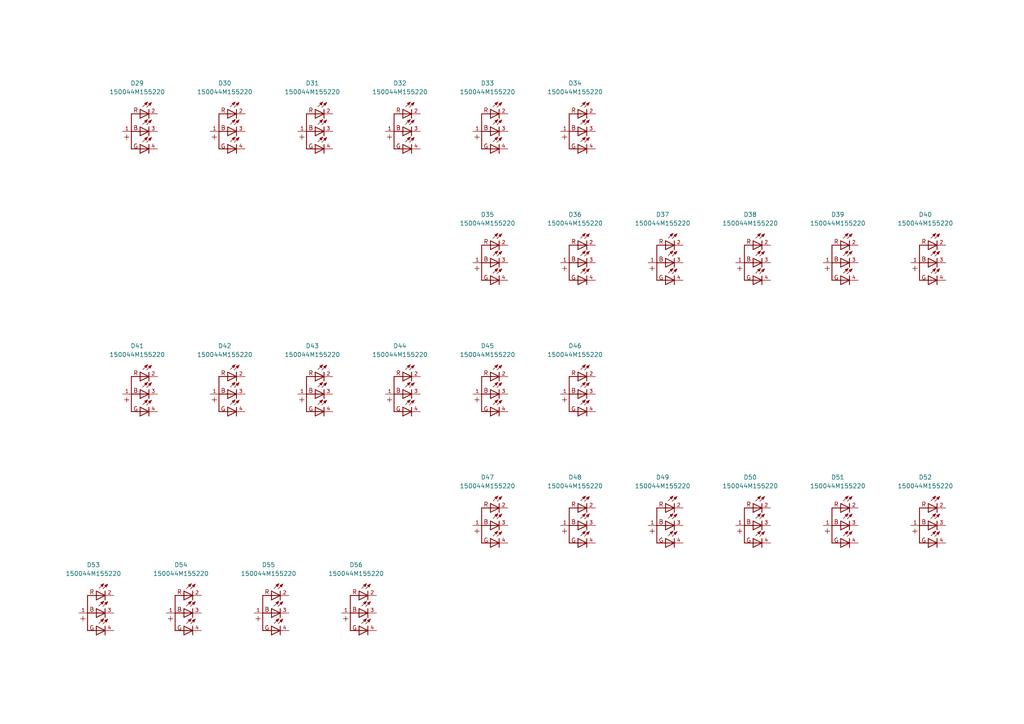
<source format=kicad_sch>
(kicad_sch (version 20231120) (generator "eeschema") (generator_version "8.0")
  (paper "A4")
  (lib_symbols
    (symbol "Hourglass_symbol_library:150044M155220" (pin_names (offset 1.016))
      (property "Reference" "D" (at 0 9.652 0))
      (property "Value" "150044M155220" (at 0 -8.128 0))
      (symbol "150044M155220_0_0"
        (polyline (pts (xy -2.54 -5.08) (xy -2.54 0)) (stroke (width 0.254)))
        (polyline (pts (xy -2.54 0) (xy -2.54 5.08)) (stroke (width 0.254)))
        (polyline (pts (xy -2.54 5.08) (xy 0 5.08)) (stroke (width 0.254)))
        (polyline (pts (xy 0 -6.35) (xy 0 -5.08)) (stroke (width 0.254)))
        (polyline (pts (xy 0 -6.35) (xy 2.54 -5.08)) (stroke (width 0.254)))
        (polyline (pts (xy 0 -5.08) (xy -2.54 -5.08)) (stroke (width 0.254)))
        (polyline (pts (xy 0 -5.08) (xy 0 -3.81)) (stroke (width 0.254)))
        (polyline (pts (xy 0 -1.27) (xy 0 0)) (stroke (width 0.254)))
        (polyline (pts (xy 0 -1.27) (xy 2.54 0)) (stroke (width 0.254)))
        (polyline (pts (xy 0 0) (xy -2.54 0)) (stroke (width 0.254)))
        (polyline (pts (xy 0 0) (xy 0 1.27)) (stroke (width 0.254)))
        (polyline (pts (xy 0 3.81) (xy 0 5.08)) (stroke (width 0.254)))
        (polyline (pts (xy 0 3.81) (xy 2.54 5.08)) (stroke (width 0.254)))
        (polyline (pts (xy 0 5.08) (xy 0 6.35)) (stroke (width 0.254)))
        (polyline (pts (xy 0.762 -3.048) (xy 2.159 -1.651)) (stroke (width 0.1524)))
        (polyline (pts (xy 0.762 2.032) (xy 2.159 3.429)) (stroke (width 0.1524)))
        (polyline (pts (xy 0.762 7.112) (xy 2.159 8.509)) (stroke (width 0.1524)))
        (polyline (pts (xy 1.905 -3.175) (xy 3.302 -1.778)) (stroke (width 0.1524)))
        (polyline (pts (xy 1.905 1.905) (xy 3.302 3.302)) (stroke (width 0.1524)))
        (polyline (pts (xy 1.905 6.985) (xy 3.302 8.382)) (stroke (width 0.1524)))
        (polyline (pts (xy 2.54 -6.35) (xy 2.54 -5.08)) (stroke (width 0.254)))
        (polyline (pts (xy 2.54 -5.08) (xy 0 -5.08)) (stroke (width 0.254)))
        (polyline (pts (xy 2.54 -5.08) (xy 0 -3.81)) (stroke (width 0.254)))
        (polyline (pts (xy 2.54 -5.08) (xy 2.54 -3.81)) (stroke (width 0.254)))
        (polyline (pts (xy 2.54 -1.27) (xy 2.54 0)) (stroke (width 0.254)))
        (polyline (pts (xy 2.54 0) (xy 0 0)) (stroke (width 0.254)))
        (polyline (pts (xy 2.54 0) (xy 0 1.27)) (stroke (width 0.254)))
        (polyline (pts (xy 2.54 0) (xy 2.54 1.27)) (stroke (width 0.254)))
        (polyline (pts (xy 2.54 3.81) (xy 2.54 5.08)) (stroke (width 0.254)))
        (polyline (pts (xy 2.54 5.08) (xy 0 5.08)) (stroke (width 0.254)))
        (polyline (pts (xy 2.54 5.08) (xy 0 6.35)) (stroke (width 0.254)))
        (polyline (pts (xy 2.54 5.08) (xy 2.54 6.35)) (stroke (width 0.254)))
        (polyline (pts (xy 2.159 -1.651) (xy 1.27 -2.032) (xy 1.778 -2.54) (xy 2.159 -1.651)) (stroke (width 0.1524)) (fill (type outline)))
        (polyline (pts (xy 2.159 3.429) (xy 1.27 3.048) (xy 1.778 2.54) (xy 2.159 3.429)) (stroke (width 0.1524)) (fill (type outline)))
        (polyline (pts (xy 2.159 8.509) (xy 1.27 8.128) (xy 1.778 7.62) (xy 2.159 8.509)) (stroke (width 0.1524)) (fill (type outline)))
        (polyline (pts (xy 3.302 -1.778) (xy 2.413 -2.159) (xy 2.921 -2.667) (xy 3.302 -1.778)) (stroke (width 0.1524)) (fill (type outline)))
        (polyline (pts (xy 3.302 3.302) (xy 2.413 2.921) (xy 2.921 2.413) (xy 3.302 3.302)) (stroke (width 0.1524)) (fill (type outline)))
        (polyline (pts (xy 3.302 8.382) (xy 2.413 8.001) (xy 2.921 7.493) (xy 3.302 8.382)) (stroke (width 0.1524)) (fill (type outline)))
        (text "+" (at -5.08 -1.524 0) (effects (font (size 1.778 1.778)) (justify left)))
        (text "B" (at -2.032 1.016 0) (effects (font (size 1.27 1.27)) (justify left)))
        (text "G" (at -2.032 -4.318 0) (effects (font (size 1.27 1.27)) (justify left)))
        (text "R" (at -2.032 6.096 0) (effects (font (size 1.27 1.27)) (justify left)))
        (pin passive line (at -5.08 0 0) (length 2.54) (name "~") (number "1"))
        (pin passive line (at 5.08 5.08 180) (length 2.54) (name "~") (number "2"))
        (pin passive line (at 5.08 0 180) (length 2.54) (name "~") (number "3"))
        (pin passive line (at 5.08 -5.08 180) (length 2.54) (name "~") (number "4"))
      )
    )
  )
  (symbol (lib_id "Hourglass_symbol_library:150044M155220") (at 66.04 114.3 0) (unit 1)
    (property "Reference" "D42" (at 65.1891 100.33 0))
    (property "Value" "150044M155220" (at 65.1891 102.87 0))
    (property "Footprint" "Hourglass_footprint_library:150044M155220" (effects (hide yes)))
    (property "Description" "Multi-Color LEDs WL-SFCC 2/3V 120 deg Red, Green and Blue" (effects (hide yes)))
    (property "MF" "Wurth Elektronik" (effects (hide yes)))
    (property "Description_1" "SMT 0404 RGB Typ.(@5mA): 623/525/465 nm; 200/500/110 mcd; 2/3/3 V ; 120°" (effects (hide yes)))
    (property "Package" "None" (effects (hide yes)))
    (property "Price" "None" (effects (hide yes)))
    (property "SnapEDA_Link" "https://www.snapeda.com/parts/150044M155220/Wurth+Electronics/view-part/?ref=snap" (effects (hide yes)))
    (property "MP" "150044M155220" (effects (hide yes)))
    (property "Availability" "Not in stock" (effects (hide yes)))
    (property "Check_prices" "https://www.snapeda.com/parts/150044M155220/Wurth+Electronics/view-part/?ref=eda" (effects (hide yes)))
  )
  (symbol (lib_id "Hourglass_symbol_library:150044M155220") (at 27.94 177.8 0) (unit 1)
    (property "Reference" "D53" (at 27.0891 163.83 0))
    (property "Value" "150044M155220" (at 27.0891 166.37 0))
    (property "Footprint" "Hourglass_footprint_library:150044M155220" (effects (hide yes)))
    (property "Description" "Multi-Color LEDs WL-SFCC 2/3V 120 deg Red, Green and Blue" (effects (hide yes)))
    (property "MF" "Wurth Elektronik" (effects (hide yes)))
    (property "Description_1" "SMT 0404 RGB Typ.(@5mA): 623/525/465 nm; 200/500/110 mcd; 2/3/3 V ; 120°" (effects (hide yes)))
    (property "Package" "None" (effects (hide yes)))
    (property "Price" "None" (effects (hide yes)))
    (property "SnapEDA_Link" "https://www.snapeda.com/parts/150044M155220/Wurth+Electronics/view-part/?ref=snap" (effects (hide yes)))
    (property "MP" "150044M155220" (effects (hide yes)))
    (property "Availability" "Not in stock" (effects (hide yes)))
    (property "Check_prices" "https://www.snapeda.com/parts/150044M155220/Wurth+Electronics/view-part/?ref=eda" (effects (hide yes)))
  )
  (symbol (lib_id "Hourglass_symbol_library:150044M155220") (at 269.24 76.2 0) (unit 1)
    (property "Reference" "D40" (at 268.3891 62.23 0))
    (property "Value" "150044M155220" (at 268.3891 64.77 0))
    (property "Footprint" "Hourglass_footprint_library:150044M155220" (effects (hide yes)))
    (property "Description" "Multi-Color LEDs WL-SFCC 2/3V 120 deg Red, Green and Blue" (effects (hide yes)))
    (property "MF" "Wurth Elektronik" (effects (hide yes)))
    (property "Description_1" "SMT 0404 RGB Typ.(@5mA): 623/525/465 nm; 200/500/110 mcd; 2/3/3 V ; 120°" (effects (hide yes)))
    (property "Package" "None" (effects (hide yes)))
    (property "Price" "None" (effects (hide yes)))
    (property "SnapEDA_Link" "https://www.snapeda.com/parts/150044M155220/Wurth+Electronics/view-part/?ref=snap" (effects (hide yes)))
    (property "MP" "150044M155220" (effects (hide yes)))
    (property "Availability" "Not in stock" (effects (hide yes)))
    (property "Check_prices" "https://www.snapeda.com/parts/150044M155220/Wurth+Electronics/view-part/?ref=eda" (effects (hide yes)))
  )
  (symbol (lib_id "Hourglass_symbol_library:150044M155220") (at 53.34 177.8 0) (unit 1)
    (property "Reference" "D54" (at 52.4891 163.83 0))
    (property "Value" "150044M155220" (at 52.4891 166.37 0))
    (property "Footprint" "Hourglass_footprint_library:150044M155220" (effects (hide yes)))
    (property "Description" "Multi-Color LEDs WL-SFCC 2/3V 120 deg Red, Green and Blue" (effects (hide yes)))
    (property "MF" "Wurth Elektronik" (effects (hide yes)))
    (property "Description_1" "SMT 0404 RGB Typ.(@5mA): 623/525/465 nm; 200/500/110 mcd; 2/3/3 V ; 120°" (effects (hide yes)))
    (property "Package" "None" (effects (hide yes)))
    (property "Price" "None" (effects (hide yes)))
    (property "SnapEDA_Link" "https://www.snapeda.com/parts/150044M155220/Wurth+Electronics/view-part/?ref=snap" (effects (hide yes)))
    (property "MP" "150044M155220" (effects (hide yes)))
    (property "Availability" "Not in stock" (effects (hide yes)))
    (property "Check_prices" "https://www.snapeda.com/parts/150044M155220/Wurth+Electronics/view-part/?ref=eda" (effects (hide yes)))
  )
  (symbol (lib_id "Hourglass_symbol_library:150044M155220") (at 104.14 177.8 0) (unit 1)
    (property "Reference" "D56" (at 103.2891 163.83 0))
    (property "Value" "150044M155220" (at 103.2891 166.37 0))
    (property "Footprint" "Hourglass_footprint_library:150044M155220" (effects (hide yes)))
    (property "Description" "Multi-Color LEDs WL-SFCC 2/3V 120 deg Red, Green and Blue" (effects (hide yes)))
    (property "MF" "Wurth Elektronik" (effects (hide yes)))
    (property "Description_1" "SMT 0404 RGB Typ.(@5mA): 623/525/465 nm; 200/500/110 mcd; 2/3/3 V ; 120°" (effects (hide yes)))
    (property "Package" "None" (effects (hide yes)))
    (property "Price" "None" (effects (hide yes)))
    (property "SnapEDA_Link" "https://www.snapeda.com/parts/150044M155220/Wurth+Electronics/view-part/?ref=snap" (effects (hide yes)))
    (property "MP" "150044M155220" (effects (hide yes)))
    (property "Availability" "Not in stock" (effects (hide yes)))
    (property "Check_prices" "https://www.snapeda.com/parts/150044M155220/Wurth+Electronics/view-part/?ref=eda" (effects (hide yes)))
  )
  (symbol (lib_id "Hourglass_symbol_library:150044M155220") (at 167.64 76.2 0) (unit 1)
    (property "Reference" "D36" (at 166.7891 62.23 0))
    (property "Value" "150044M155220" (at 166.7891 64.77 0))
    (property "Footprint" "Hourglass_footprint_library:150044M155220" (effects (hide yes)))
    (property "Description" "Multi-Color LEDs WL-SFCC 2/3V 120 deg Red, Green and Blue" (effects (hide yes)))
    (property "MF" "Wurth Elektronik" (effects (hide yes)))
    (property "Description_1" "SMT 0404 RGB Typ.(@5mA): 623/525/465 nm; 200/500/110 mcd; 2/3/3 V ; 120°" (effects (hide yes)))
    (property "Package" "None" (effects (hide yes)))
    (property "Price" "None" (effects (hide yes)))
    (property "SnapEDA_Link" "https://www.snapeda.com/parts/150044M155220/Wurth+Electronics/view-part/?ref=snap" (effects (hide yes)))
    (property "MP" "150044M155220" (effects (hide yes)))
    (property "Availability" "Not in stock" (effects (hide yes)))
    (property "Check_prices" "https://www.snapeda.com/parts/150044M155220/Wurth+Electronics/view-part/?ref=eda" (effects (hide yes)))
  )
  (symbol (lib_id "Hourglass_symbol_library:150044M155220") (at 116.84 114.3 0) (unit 1)
    (property "Reference" "D44" (at 115.9891 100.33 0))
    (property "Value" "150044M155220" (at 115.9891 102.87 0))
    (property "Footprint" "Hourglass_footprint_library:150044M155220" (effects (hide yes)))
    (property "Description" "Multi-Color LEDs WL-SFCC 2/3V 120 deg Red, Green and Blue" (effects (hide yes)))
    (property "MF" "Wurth Elektronik" (effects (hide yes)))
    (property "Description_1" "SMT 0404 RGB Typ.(@5mA): 623/525/465 nm; 200/500/110 mcd; 2/3/3 V ; 120°" (effects (hide yes)))
    (property "Package" "None" (effects (hide yes)))
    (property "Price" "None" (effects (hide yes)))
    (property "SnapEDA_Link" "https://www.snapeda.com/parts/150044M155220/Wurth+Electronics/view-part/?ref=snap" (effects (hide yes)))
    (property "MP" "150044M155220" (effects (hide yes)))
    (property "Availability" "Not in stock" (effects (hide yes)))
    (property "Check_prices" "https://www.snapeda.com/parts/150044M155220/Wurth+Electronics/view-part/?ref=eda" (effects (hide yes)))
  )
  (symbol (lib_id "Hourglass_symbol_library:150044M155220") (at 91.44 114.3 0) (unit 1)
    (property "Reference" "D43" (at 90.5891 100.33 0))
    (property "Value" "150044M155220" (at 90.5891 102.87 0))
    (property "Footprint" "Hourglass_footprint_library:150044M155220" (effects (hide yes)))
    (property "Description" "Multi-Color LEDs WL-SFCC 2/3V 120 deg Red, Green and Blue" (effects (hide yes)))
    (property "MF" "Wurth Elektronik" (effects (hide yes)))
    (property "Description_1" "SMT 0404 RGB Typ.(@5mA): 623/525/465 nm; 200/500/110 mcd; 2/3/3 V ; 120°" (effects (hide yes)))
    (property "Package" "None" (effects (hide yes)))
    (property "Price" "None" (effects (hide yes)))
    (property "SnapEDA_Link" "https://www.snapeda.com/parts/150044M155220/Wurth+Electronics/view-part/?ref=snap" (effects (hide yes)))
    (property "MP" "150044M155220" (effects (hide yes)))
    (property "Availability" "Not in stock" (effects (hide yes)))
    (property "Check_prices" "https://www.snapeda.com/parts/150044M155220/Wurth+Electronics/view-part/?ref=eda" (effects (hide yes)))
  )
  (symbol (lib_id "Hourglass_symbol_library:150044M155220") (at 40.64 38.1 0) (unit 1)
    (property "Reference" "D29" (at 39.7891 24.13 0))
    (property "Value" "150044M155220" (at 39.7891 26.67 0))
    (property "Footprint" "Hourglass_footprint_library:150044M155220" (effects (hide yes)))
    (property "Description" "Multi-Color LEDs WL-SFCC 2/3V 120 deg Red, Green and Blue" (effects (hide yes)))
    (property "MF" "Wurth Elektronik" (effects (hide yes)))
    (property "Description_1" "SMT 0404 RGB Typ.(@5mA): 623/525/465 nm; 200/500/110 mcd; 2/3/3 V ; 120°" (effects (hide yes)))
    (property "Package" "None" (effects (hide yes)))
    (property "Price" "None" (effects (hide yes)))
    (property "SnapEDA_Link" "https://www.snapeda.com/parts/150044M155220/Wurth+Electronics/view-part/?ref=snap" (effects (hide yes)))
    (property "MP" "150044M155220" (effects (hide yes)))
    (property "Availability" "Not in stock" (effects (hide yes)))
    (property "Check_prices" "https://www.snapeda.com/parts/150044M155220/Wurth+Electronics/view-part/?ref=eda" (effects (hide yes)))
  )
  (symbol (lib_id "Hourglass_symbol_library:150044M155220") (at 142.24 152.4 0) (unit 1)
    (property "Reference" "D47" (at 141.3891 138.43 0))
    (property "Value" "150044M155220" (at 141.3891 140.97 0))
    (property "Footprint" "Hourglass_footprint_library:150044M155220" (effects (hide yes)))
    (property "Description" "Multi-Color LEDs WL-SFCC 2/3V 120 deg Red, Green and Blue" (effects (hide yes)))
    (property "MF" "Wurth Elektronik" (effects (hide yes)))
    (property "Description_1" "SMT 0404 RGB Typ.(@5mA): 623/525/465 nm; 200/500/110 mcd; 2/3/3 V ; 120°" (effects (hide yes)))
    (property "Package" "None" (effects (hide yes)))
    (property "Price" "None" (effects (hide yes)))
    (property "SnapEDA_Link" "https://www.snapeda.com/parts/150044M155220/Wurth+Electronics/view-part/?ref=snap" (effects (hide yes)))
    (property "MP" "150044M155220" (effects (hide yes)))
    (property "Availability" "Not in stock" (effects (hide yes)))
    (property "Check_prices" "https://www.snapeda.com/parts/150044M155220/Wurth+Electronics/view-part/?ref=eda" (effects (hide yes)))
  )
  (symbol (lib_id "Hourglass_symbol_library:150044M155220") (at 142.24 38.1 0) (unit 1)
    (property "Reference" "D33" (at 141.3891 24.13 0))
    (property "Value" "150044M155220" (at 141.3891 26.67 0))
    (property "Footprint" "Hourglass_footprint_library:150044M155220" (effects (hide yes)))
    (property "Description" "Multi-Color LEDs WL-SFCC 2/3V 120 deg Red, Green and Blue" (effects (hide yes)))
    (property "MF" "Wurth Elektronik" (effects (hide yes)))
    (property "Description_1" "SMT 0404 RGB Typ.(@5mA): 623/525/465 nm; 200/500/110 mcd; 2/3/3 V ; 120°" (effects (hide yes)))
    (property "Package" "None" (effects (hide yes)))
    (property "Price" "None" (effects (hide yes)))
    (property "SnapEDA_Link" "https://www.snapeda.com/parts/150044M155220/Wurth+Electronics/view-part/?ref=snap" (effects (hide yes)))
    (property "MP" "150044M155220" (effects (hide yes)))
    (property "Availability" "Not in stock" (effects (hide yes)))
    (property "Check_prices" "https://www.snapeda.com/parts/150044M155220/Wurth+Electronics/view-part/?ref=eda" (effects (hide yes)))
  )
  (symbol (lib_id "Hourglass_symbol_library:150044M155220") (at 218.44 76.2 0) (unit 1)
    (property "Reference" "D38" (at 217.5891 62.23 0))
    (property "Value" "150044M155220" (at 217.5891 64.77 0))
    (property "Footprint" "Hourglass_footprint_library:150044M155220" (effects (hide yes)))
    (property "Description" "Multi-Color LEDs WL-SFCC 2/3V 120 deg Red, Green and Blue" (effects (hide yes)))
    (property "MF" "Wurth Elektronik" (effects (hide yes)))
    (property "Description_1" "SMT 0404 RGB Typ.(@5mA): 623/525/465 nm; 200/500/110 mcd; 2/3/3 V ; 120°" (effects (hide yes)))
    (property "Package" "None" (effects (hide yes)))
    (property "Price" "None" (effects (hide yes)))
    (property "SnapEDA_Link" "https://www.snapeda.com/parts/150044M155220/Wurth+Electronics/view-part/?ref=snap" (effects (hide yes)))
    (property "MP" "150044M155220" (effects (hide yes)))
    (property "Availability" "Not in stock" (effects (hide yes)))
    (property "Check_prices" "https://www.snapeda.com/parts/150044M155220/Wurth+Electronics/view-part/?ref=eda" (effects (hide yes)))
  )
  (symbol (lib_id "Hourglass_symbol_library:150044M155220") (at 40.64 114.3 0) (unit 1)
    (property "Reference" "D41" (at 39.7891 100.33 0))
    (property "Value" "150044M155220" (at 39.7891 102.87 0))
    (property "Footprint" "Hourglass_footprint_library:150044M155220" (effects (hide yes)))
    (property "Description" "Multi-Color LEDs WL-SFCC 2/3V 120 deg Red, Green and Blue" (effects (hide yes)))
    (property "MF" "Wurth Elektronik" (effects (hide yes)))
    (property "Description_1" "SMT 0404 RGB Typ.(@5mA): 623/525/465 nm; 200/500/110 mcd; 2/3/3 V ; 120°" (effects (hide yes)))
    (property "Package" "None" (effects (hide yes)))
    (property "Price" "None" (effects (hide yes)))
    (property "SnapEDA_Link" "https://www.snapeda.com/parts/150044M155220/Wurth+Electronics/view-part/?ref=snap" (effects (hide yes)))
    (property "MP" "150044M155220" (effects (hide yes)))
    (property "Availability" "Not in stock" (effects (hide yes)))
    (property "Check_prices" "https://www.snapeda.com/parts/150044M155220/Wurth+Electronics/view-part/?ref=eda" (effects (hide yes)))
  )
  (symbol (lib_id "Hourglass_symbol_library:150044M155220") (at 66.04 38.1 0) (unit 1)
    (property "Reference" "D30" (at 65.1891 24.13 0))
    (property "Value" "150044M155220" (at 65.1891 26.67 0))
    (property "Footprint" "Hourglass_footprint_library:150044M155220" (effects (hide yes)))
    (property "Description" "Multi-Color LEDs WL-SFCC 2/3V 120 deg Red, Green and Blue" (effects (hide yes)))
    (property "MF" "Wurth Elektronik" (effects (hide yes)))
    (property "Description_1" "SMT 0404 RGB Typ.(@5mA): 623/525/465 nm; 200/500/110 mcd; 2/3/3 V ; 120°" (effects (hide yes)))
    (property "Package" "None" (effects (hide yes)))
    (property "Price" "None" (effects (hide yes)))
    (property "SnapEDA_Link" "https://www.snapeda.com/parts/150044M155220/Wurth+Electronics/view-part/?ref=snap" (effects (hide yes)))
    (property "MP" "150044M155220" (effects (hide yes)))
    (property "Availability" "Not in stock" (effects (hide yes)))
    (property "Check_prices" "https://www.snapeda.com/parts/150044M155220/Wurth+Electronics/view-part/?ref=eda" (effects (hide yes)))
  )
  (symbol (lib_id "Hourglass_symbol_library:150044M155220") (at 193.04 152.4 0) (unit 1)
    (property "Reference" "D49" (at 192.1891 138.43 0))
    (property "Value" "150044M155220" (at 192.1891 140.97 0))
    (property "Footprint" "Hourglass_footprint_library:150044M155220" (effects (hide yes)))
    (property "Description" "Multi-Color LEDs WL-SFCC 2/3V 120 deg Red, Green and Blue" (effects (hide yes)))
    (property "MF" "Wurth Elektronik" (effects (hide yes)))
    (property "Description_1" "SMT 0404 RGB Typ.(@5mA): 623/525/465 nm; 200/500/110 mcd; 2/3/3 V ; 120°" (effects (hide yes)))
    (property "Package" "None" (effects (hide yes)))
    (property "Price" "None" (effects (hide yes)))
    (property "SnapEDA_Link" "https://www.snapeda.com/parts/150044M155220/Wurth+Electronics/view-part/?ref=snap" (effects (hide yes)))
    (property "MP" "150044M155220" (effects (hide yes)))
    (property "Availability" "Not in stock" (effects (hide yes)))
    (property "Check_prices" "https://www.snapeda.com/parts/150044M155220/Wurth+Electronics/view-part/?ref=eda" (effects (hide yes)))
  )
  (symbol (lib_id "Hourglass_symbol_library:150044M155220") (at 167.64 114.3 0) (unit 1)
    (property "Reference" "D46" (at 166.7891 100.33 0))
    (property "Value" "150044M155220" (at 166.7891 102.87 0))
    (property "Footprint" "Hourglass_footprint_library:150044M155220" (effects (hide yes)))
    (property "Description" "Multi-Color LEDs WL-SFCC 2/3V 120 deg Red, Green and Blue" (effects (hide yes)))
    (property "MF" "Wurth Elektronik" (effects (hide yes)))
    (property "Description_1" "SMT 0404 RGB Typ.(@5mA): 623/525/465 nm; 200/500/110 mcd; 2/3/3 V ; 120°" (effects (hide yes)))
    (property "Package" "None" (effects (hide yes)))
    (property "Price" "None" (effects (hide yes)))
    (property "SnapEDA_Link" "https://www.snapeda.com/parts/150044M155220/Wurth+Electronics/view-part/?ref=snap" (effects (hide yes)))
    (property "MP" "150044M155220" (effects (hide yes)))
    (property "Availability" "Not in stock" (effects (hide yes)))
    (property "Check_prices" "https://www.snapeda.com/parts/150044M155220/Wurth+Electronics/view-part/?ref=eda" (effects (hide yes)))
  )
  (symbol (lib_id "Hourglass_symbol_library:150044M155220") (at 243.84 76.2 0) (unit 1)
    (property "Reference" "D39" (at 242.9891 62.23 0))
    (property "Value" "150044M155220" (at 242.9891 64.77 0))
    (property "Footprint" "Hourglass_footprint_library:150044M155220" (effects (hide yes)))
    (property "Description" "Multi-Color LEDs WL-SFCC 2/3V 120 deg Red, Green and Blue" (effects (hide yes)))
    (property "MF" "Wurth Elektronik" (effects (hide yes)))
    (property "Description_1" "SMT 0404 RGB Typ.(@5mA): 623/525/465 nm; 200/500/110 mcd; 2/3/3 V ; 120°" (effects (hide yes)))
    (property "Package" "None" (effects (hide yes)))
    (property "Price" "None" (effects (hide yes)))
    (property "SnapEDA_Link" "https://www.snapeda.com/parts/150044M155220/Wurth+Electronics/view-part/?ref=snap" (effects (hide yes)))
    (property "MP" "150044M155220" (effects (hide yes)))
    (property "Availability" "Not in stock" (effects (hide yes)))
    (property "Check_prices" "https://www.snapeda.com/parts/150044M155220/Wurth+Electronics/view-part/?ref=eda" (effects (hide yes)))
  )
  (symbol (lib_id "Hourglass_symbol_library:150044M155220") (at 167.64 152.4 0) (unit 1)
    (property "Reference" "D48" (at 166.7891 138.43 0))
    (property "Value" "150044M155220" (at 166.7891 140.97 0))
    (property "Footprint" "Hourglass_footprint_library:150044M155220" (effects (hide yes)))
    (property "Description" "Multi-Color LEDs WL-SFCC 2/3V 120 deg Red, Green and Blue" (effects (hide yes)))
    (property "MF" "Wurth Elektronik" (effects (hide yes)))
    (property "Description_1" "SMT 0404 RGB Typ.(@5mA): 623/525/465 nm; 200/500/110 mcd; 2/3/3 V ; 120°" (effects (hide yes)))
    (property "Package" "None" (effects (hide yes)))
    (property "Price" "None" (effects (hide yes)))
    (property "SnapEDA_Link" "https://www.snapeda.com/parts/150044M155220/Wurth+Electronics/view-part/?ref=snap" (effects (hide yes)))
    (property "MP" "150044M155220" (effects (hide yes)))
    (property "Availability" "Not in stock" (effects (hide yes)))
    (property "Check_prices" "https://www.snapeda.com/parts/150044M155220/Wurth+Electronics/view-part/?ref=eda" (effects (hide yes)))
  )
  (symbol (lib_id "Hourglass_symbol_library:150044M155220") (at 269.24 152.4 0) (unit 1)
    (property "Reference" "D52" (at 268.3891 138.43 0))
    (property "Value" "150044M155220" (at 268.3891 140.97 0))
    (property "Footprint" "Hourglass_footprint_library:150044M155220" (effects (hide yes)))
    (property "Description" "Multi-Color LEDs WL-SFCC 2/3V 120 deg Red, Green and Blue" (effects (hide yes)))
    (property "MF" "Wurth Elektronik" (effects (hide yes)))
    (property "Description_1" "SMT 0404 RGB Typ.(@5mA): 623/525/465 nm; 200/500/110 mcd; 2/3/3 V ; 120°" (effects (hide yes)))
    (property "Package" "None" (effects (hide yes)))
    (property "Price" "None" (effects (hide yes)))
    (property "SnapEDA_Link" "https://www.snapeda.com/parts/150044M155220/Wurth+Electronics/view-part/?ref=snap" (effects (hide yes)))
    (property "MP" "150044M155220" (effects (hide yes)))
    (property "Availability" "Not in stock" (effects (hide yes)))
    (property "Check_prices" "https://www.snapeda.com/parts/150044M155220/Wurth+Electronics/view-part/?ref=eda" (effects (hide yes)))
  )
  (symbol (lib_id "Hourglass_symbol_library:150044M155220") (at 193.04 76.2 0) (unit 1)
    (property "Reference" "D37" (at 192.1891 62.23 0))
    (property "Value" "150044M155220" (at 192.1891 64.77 0))
    (property "Footprint" "Hourglass_footprint_library:150044M155220" (effects (hide yes)))
    (property "Description" "Multi-Color LEDs WL-SFCC 2/3V 120 deg Red, Green and Blue" (effects (hide yes)))
    (property "MF" "Wurth Elektronik" (effects (hide yes)))
    (property "Description_1" "SMT 0404 RGB Typ.(@5mA): 623/525/465 nm; 200/500/110 mcd; 2/3/3 V ; 120°" (effects (hide yes)))
    (property "Package" "None" (effects (hide yes)))
    (property "Price" "None" (effects (hide yes)))
    (property "SnapEDA_Link" "https://www.snapeda.com/parts/150044M155220/Wurth+Electronics/view-part/?ref=snap" (effects (hide yes)))
    (property "MP" "150044M155220" (effects (hide yes)))
    (property "Availability" "Not in stock" (effects (hide yes)))
    (property "Check_prices" "https://www.snapeda.com/parts/150044M155220/Wurth+Electronics/view-part/?ref=eda" (effects (hide yes)))
  )
  (symbol (lib_id "Hourglass_symbol_library:150044M155220") (at 243.84 152.4 0) (unit 1)
    (property "Reference" "D51" (at 242.9891 138.43 0))
    (property "Value" "150044M155220" (at 242.9891 140.97 0))
    (property "Footprint" "Hourglass_footprint_library:150044M155220" (effects (hide yes)))
    (property "Description" "Multi-Color LEDs WL-SFCC 2/3V 120 deg Red, Green and Blue" (effects (hide yes)))
    (property "MF" "Wurth Elektronik" (effects (hide yes)))
    (property "Description_1" "SMT 0404 RGB Typ.(@5mA): 623/525/465 nm; 200/500/110 mcd; 2/3/3 V ; 120°" (effects (hide yes)))
    (property "Package" "None" (effects (hide yes)))
    (property "Price" "None" (effects (hide yes)))
    (property "SnapEDA_Link" "https://www.snapeda.com/parts/150044M155220/Wurth+Electronics/view-part/?ref=snap" (effects (hide yes)))
    (property "MP" "150044M155220" (effects (hide yes)))
    (property "Availability" "Not in stock" (effects (hide yes)))
    (property "Check_prices" "https://www.snapeda.com/parts/150044M155220/Wurth+Electronics/view-part/?ref=eda" (effects (hide yes)))
  )
  (symbol (lib_id "Hourglass_symbol_library:150044M155220") (at 91.44 38.1 0) (unit 1)
    (property "Reference" "D31" (at 90.5891 24.13 0))
    (property "Value" "150044M155220" (at 90.5891 26.67 0))
    (property "Footprint" "Hourglass_footprint_library:150044M155220" (effects (hide yes)))
    (property "Description" "Multi-Color LEDs WL-SFCC 2/3V 120 deg Red, Green and Blue" (effects (hide yes)))
    (property "MF" "Wurth Elektronik" (effects (hide yes)))
    (property "Description_1" "SMT 0404 RGB Typ.(@5mA): 623/525/465 nm; 200/500/110 mcd; 2/3/3 V ; 120°" (effects (hide yes)))
    (property "Package" "None" (effects (hide yes)))
    (property "Price" "None" (effects (hide yes)))
    (property "SnapEDA_Link" "https://www.snapeda.com/parts/150044M155220/Wurth+Electronics/view-part/?ref=snap" (effects (hide yes)))
    (property "MP" "150044M155220" (effects (hide yes)))
    (property "Availability" "Not in stock" (effects (hide yes)))
    (property "Check_prices" "https://www.snapeda.com/parts/150044M155220/Wurth+Electronics/view-part/?ref=eda" (effects (hide yes)))
  )
  (symbol (lib_id "Hourglass_symbol_library:150044M155220") (at 218.44 152.4 0) (unit 1)
    (property "Reference" "D50" (at 217.5891 138.43 0))
    (property "Value" "150044M155220" (at 217.5891 140.97 0))
    (property "Footprint" "Hourglass_footprint_library:150044M155220" (effects (hide yes)))
    (property "Description" "Multi-Color LEDs WL-SFCC 2/3V 120 deg Red, Green and Blue" (effects (hide yes)))
    (property "MF" "Wurth Elektronik" (effects (hide yes)))
    (property "Description_1" "SMT 0404 RGB Typ.(@5mA): 623/525/465 nm; 200/500/110 mcd; 2/3/3 V ; 120°" (effects (hide yes)))
    (property "Package" "None" (effects (hide yes)))
    (property "Price" "None" (effects (hide yes)))
    (property "SnapEDA_Link" "https://www.snapeda.com/parts/150044M155220/Wurth+Electronics/view-part/?ref=snap" (effects (hide yes)))
    (property "MP" "150044M155220" (effects (hide yes)))
    (property "Availability" "Not in stock" (effects (hide yes)))
    (property "Check_prices" "https://www.snapeda.com/parts/150044M155220/Wurth+Electronics/view-part/?ref=eda" (effects (hide yes)))
  )
  (symbol (lib_id "Hourglass_symbol_library:150044M155220") (at 78.74 177.8 0) (unit 1)
    (property "Reference" "D55" (at 77.8891 163.83 0))
    (property "Value" "150044M155220" (at 77.8891 166.37 0))
    (property "Footprint" "Hourglass_footprint_library:150044M155220" (effects (hide yes)))
    (property "Description" "Multi-Color LEDs WL-SFCC 2/3V 120 deg Red, Green and Blue" (effects (hide yes)))
    (property "MF" "Wurth Elektronik" (effects (hide yes)))
    (property "Description_1" "SMT 0404 RGB Typ.(@5mA): 623/525/465 nm; 200/500/110 mcd; 2/3/3 V ; 120°" (effects (hide yes)))
    (property "Package" "None" (effects (hide yes)))
    (property "Price" "None" (effects (hide yes)))
    (property "SnapEDA_Link" "https://www.snapeda.com/parts/150044M155220/Wurth+Electronics/view-part/?ref=snap" (effects (hide yes)))
    (property "MP" "150044M155220" (effects (hide yes)))
    (property "Availability" "Not in stock" (effects (hide yes)))
    (property "Check_prices" "https://www.snapeda.com/parts/150044M155220/Wurth+Electronics/view-part/?ref=eda" (effects (hide yes)))
  )
  (symbol (lib_id "Hourglass_symbol_library:150044M155220") (at 142.24 114.3 0) (unit 1)
    (property "Reference" "D45" (at 141.3891 100.33 0))
    (property "Value" "150044M155220" (at 141.3891 102.87 0))
    (property "Footprint" "Hourglass_footprint_library:150044M155220" (effects (hide yes)))
    (property "Description" "Multi-Color LEDs WL-SFCC 2/3V 120 deg Red, Green and Blue" (effects (hide yes)))
    (property "MF" "Wurth Elektronik" (effects (hide yes)))
    (property "Description_1" "SMT 0404 RGB Typ.(@5mA): 623/525/465 nm; 200/500/110 mcd; 2/3/3 V ; 120°" (effects (hide yes)))
    (property "Package" "None" (effects (hide yes)))
    (property "Price" "None" (effects (hide yes)))
    (property "SnapEDA_Link" "https://www.snapeda.com/parts/150044M155220/Wurth+Electronics/view-part/?ref=snap" (effects (hide yes)))
    (property "MP" "150044M155220" (effects (hide yes)))
    (property "Availability" "Not in stock" (effects (hide yes)))
    (property "Check_prices" "https://www.snapeda.com/parts/150044M155220/Wurth+Electronics/view-part/?ref=eda" (effects (hide yes)))
  )
  (symbol (lib_id "Hourglass_symbol_library:150044M155220") (at 142.24 76.2 0) (unit 1)
    (property "Reference" "D35" (at 141.3891 62.23 0))
    (property "Value" "150044M155220" (at 141.3891 64.77 0))
    (property "Footprint" "Hourglass_footprint_library:150044M155220" (effects (hide yes)))
    (property "Description" "Multi-Color LEDs WL-SFCC 2/3V 120 deg Red, Green and Blue" (effects (hide yes)))
    (property "MF" "Wurth Elektronik" (effects (hide yes)))
    (property "Description_1" "SMT 0404 RGB Typ.(@5mA): 623/525/465 nm; 200/500/110 mcd; 2/3/3 V ; 120°" (effects (hide yes)))
    (property "Package" "None" (effects (hide yes)))
    (property "Price" "None" (effects (hide yes)))
    (property "SnapEDA_Link" "https://www.snapeda.com/parts/150044M155220/Wurth+Electronics/view-part/?ref=snap" (effects (hide yes)))
    (property "MP" "150044M155220" (effects (hide yes)))
    (property "Availability" "Not in stock" (effects (hide yes)))
    (property "Check_prices" "https://www.snapeda.com/parts/150044M155220/Wurth+Electronics/view-part/?ref=eda" (effects (hide yes)))
  )
  (symbol (lib_id "Hourglass_symbol_library:150044M155220") (at 167.64 38.1 0) (unit 1)
    (property "Reference" "D34" (at 166.7891 24.13 0))
    (property "Value" "150044M155220" (at 166.7891 26.67 0))
    (property "Footprint" "Hourglass_footprint_library:150044M155220" (effects (hide yes)))
    (property "Description" "Multi-Color LEDs WL-SFCC 2/3V 120 deg Red, Green and Blue" (effects (hide yes)))
    (property "MF" "Wurth Elektronik" (effects (hide yes)))
    (property "Description_1" "SMT 0404 RGB Typ.(@5mA): 623/525/465 nm; 200/500/110 mcd; 2/3/3 V ; 120°" (effects (hide yes)))
    (property "Package" "None" (effects (hide yes)))
    (property "Price" "None" (effects (hide yes)))
    (property "SnapEDA_Link" "https://www.snapeda.com/parts/150044M155220/Wurth+Electronics/view-part/?ref=snap" (effects (hide yes)))
    (property "MP" "150044M155220" (effects (hide yes)))
    (property "Availability" "Not in stock" (effects (hide yes)))
    (property "Check_prices" "https://www.snapeda.com/parts/150044M155220/Wurth+Electronics/view-part/?ref=eda" (effects (hide yes)))
  )
  (symbol (lib_id "Hourglass_symbol_library:150044M155220") (at 116.84 38.1 0) (unit 1)
    (property "Reference" "D32" (at 115.9891 24.13 0))
    (property "Value" "150044M155220" (at 115.9891 26.67 0))
    (property "Footprint" "Hourglass_footprint_library:150044M155220" (effects (hide yes)))
    (property "Description" "Multi-Color LEDs WL-SFCC 2/3V 120 deg Red, Green and Blue" (effects (hide yes)))
    (property "MF" "Wurth Elektronik" (effects (hide yes)))
    (property "Description_1" "SMT 0404 RGB Typ.(@5mA): 623/525/465 nm; 200/500/110 mcd; 2/3/3 V ; 120°" (effects (hide yes)))
    (property "Package" "None" (effects (hide yes)))
    (property "Price" "None" (effects (hide yes)))
    (property "SnapEDA_Link" "https://www.snapeda.com/parts/150044M155220/Wurth+Electronics/view-part/?ref=snap" (effects (hide yes)))
    (property "MP" "150044M155220" (effects (hide yes)))
    (property "Availability" "Not in stock" (effects (hide yes)))
    (property "Check_prices" "https://www.snapeda.com/parts/150044M155220/Wurth+Electronics/view-part/?ref=eda" (effects (hide yes)))
  )
)
</source>
